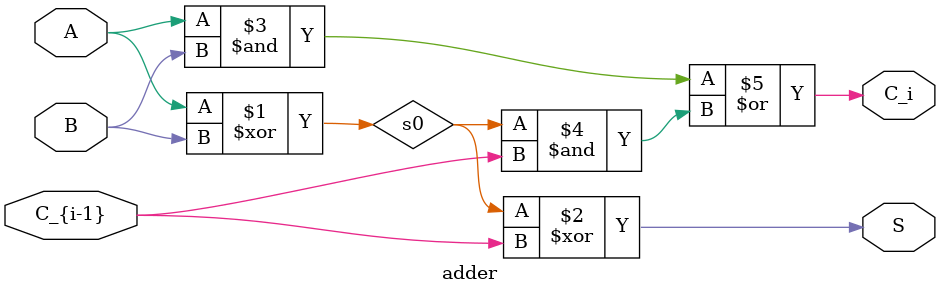
<source format=v>
/*
 * Generated by Digiblock. Don't modify this file!
 * Any changes will be lost if this file is regenerated.
 */

module adder (
  input A, // first bit to add
  input B, // second bit to add
  input \C_{i-1} , // carry in
  output C_i, // carry bit
  output S // sum

);
  wire s0;
  assign s0 = (A ^ B);
  assign S = (s0 ^ \C_{i-1} );
  assign C_i = ((A & B) | (s0 & \C_{i-1} ));
endmodule

</source>
